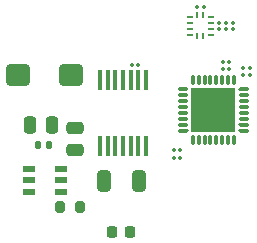
<source format=gbp>
G04 #@! TF.GenerationSoftware,KiCad,Pcbnew,9.0.4*
G04 #@! TF.CreationDate,2025-10-13T14:39:45-04:00*
G04 #@! TF.ProjectId,bldc motor controller,626c6463-206d-46f7-946f-7220636f6e74,rev?*
G04 #@! TF.SameCoordinates,Original*
G04 #@! TF.FileFunction,Paste,Bot*
G04 #@! TF.FilePolarity,Positive*
%FSLAX46Y46*%
G04 Gerber Fmt 4.6, Leading zero omitted, Abs format (unit mm)*
G04 Created by KiCad (PCBNEW 9.0.4) date 2025-10-13 14:39:45*
%MOMM*%
%LPD*%
G01*
G04 APERTURE LIST*
G04 Aperture macros list*
%AMRoundRect*
0 Rectangle with rounded corners*
0 $1 Rounding radius*
0 $2 $3 $4 $5 $6 $7 $8 $9 X,Y pos of 4 corners*
0 Add a 4 corners polygon primitive as box body*
4,1,4,$2,$3,$4,$5,$6,$7,$8,$9,$2,$3,0*
0 Add four circle primitives for the rounded corners*
1,1,$1+$1,$2,$3*
1,1,$1+$1,$4,$5*
1,1,$1+$1,$6,$7*
1,1,$1+$1,$8,$9*
0 Add four rect primitives between the rounded corners*
20,1,$1+$1,$2,$3,$4,$5,0*
20,1,$1+$1,$4,$5,$6,$7,0*
20,1,$1+$1,$6,$7,$8,$9,0*
20,1,$1+$1,$8,$9,$2,$3,0*%
G04 Aperture macros list end*
%ADD10C,0.000000*%
%ADD11RoundRect,0.067500X-0.067500X-0.067500X0.067500X-0.067500X0.067500X0.067500X-0.067500X0.067500X0*%
%ADD12RoundRect,0.225000X0.225000X0.250000X-0.225000X0.250000X-0.225000X-0.250000X0.225000X-0.250000X0*%
%ADD13RoundRect,0.067500X0.067500X0.067500X-0.067500X0.067500X-0.067500X-0.067500X0.067500X-0.067500X0*%
%ADD14RoundRect,0.067500X0.067500X-0.067500X0.067500X0.067500X-0.067500X0.067500X-0.067500X-0.067500X0*%
%ADD15RoundRect,0.250000X-0.750000X-0.650000X0.750000X-0.650000X0.750000X0.650000X-0.750000X0.650000X0*%
%ADD16R,0.500000X0.280000*%
%ADD17R,0.280000X0.500000*%
%ADD18R,0.400000X1.700000*%
%ADD19O,0.900000X0.280000*%
%ADD20O,0.280000X0.900000*%
%ADD21R,3.700000X3.700000*%
%ADD22R,1.100000X0.600000*%
%ADD23RoundRect,0.200000X-0.200000X-0.275000X0.200000X-0.275000X0.200000X0.275000X-0.200000X0.275000X0*%
%ADD24RoundRect,0.140000X-0.140000X-0.170000X0.140000X-0.170000X0.140000X0.170000X-0.140000X0.170000X0*%
%ADD25RoundRect,0.250000X-0.475000X0.250000X-0.475000X-0.250000X0.475000X-0.250000X0.475000X0.250000X0*%
%ADD26RoundRect,0.250000X0.250000X0.475000X-0.250000X0.475000X-0.250000X-0.475000X0.250000X-0.475000X0*%
%ADD27RoundRect,0.250000X0.325000X0.650000X-0.325000X0.650000X-0.325000X-0.650000X0.325000X-0.650000X0*%
G04 APERTURE END LIST*
D10*
G04 #@! TO.C,U3*
G36*
X151549995Y-89700000D02*
G01*
X148549995Y-89700000D01*
X148549995Y-86700000D01*
X151549995Y-86700000D01*
X151549995Y-89700000D01*
G37*
G36*
X147809995Y-86310000D02*
G01*
X147809995Y-86310000D01*
G75*
G02*
X147809995Y-86590000I5J-140000D01*
G01*
X147189995Y-86590000D01*
G75*
G02*
X147189995Y-86310000I5J140000D01*
G01*
X147809995Y-86310000D01*
G37*
G36*
X147809995Y-86810500D02*
G01*
X147809995Y-86810500D01*
G75*
G02*
X147809995Y-87090500I5J-140000D01*
G01*
X147189995Y-87090500D01*
G75*
G02*
X147189995Y-86810500I5J140000D01*
G01*
X147809995Y-86810500D01*
G37*
G36*
X147809995Y-87311000D02*
G01*
X147809995Y-87311000D01*
G75*
G02*
X147809995Y-87591000I5J-140000D01*
G01*
X147189995Y-87591000D01*
G75*
G02*
X147189995Y-87311000I5J140000D01*
G01*
X147809995Y-87311000D01*
G37*
G36*
X147809995Y-87811000D02*
G01*
X147809995Y-87811000D01*
G75*
G02*
X147809995Y-88091000I5J-140000D01*
G01*
X147189995Y-88091000D01*
G75*
G02*
X147189995Y-87811000I5J140000D01*
G01*
X147809995Y-87811000D01*
G37*
G36*
X147809995Y-88309000D02*
G01*
X147809995Y-88309000D01*
G75*
G02*
X147809995Y-88589000I5J-140000D01*
G01*
X147189995Y-88589000D01*
G75*
G02*
X147189995Y-88309000I5J140000D01*
G01*
X147809995Y-88309000D01*
G37*
G36*
X147809995Y-88809500D02*
G01*
X147809995Y-88809500D01*
G75*
G02*
X147809995Y-89089500I5J-140000D01*
G01*
X147189995Y-89089500D01*
G75*
G02*
X147189995Y-88809500I5J140000D01*
G01*
X147809995Y-88809500D01*
G37*
G36*
X147809995Y-89310000D02*
G01*
X147809995Y-89310000D01*
G75*
G02*
X147809995Y-89590000I5J-140000D01*
G01*
X147189995Y-89590000D01*
G75*
G02*
X147189995Y-89310000I5J140000D01*
G01*
X147809995Y-89310000D01*
G37*
G36*
X147809995Y-89810000D02*
G01*
X147809995Y-89810000D01*
G75*
G02*
X147809995Y-90090000I5J-140000D01*
G01*
X147189995Y-90090000D01*
G75*
G02*
X147189995Y-89810000I5J140000D01*
G01*
X147809995Y-89810000D01*
G37*
G36*
X148159995Y-85340000D02*
G01*
X148159995Y-85340000D01*
G75*
G02*
X148439995Y-85340000I140000J0D01*
G01*
X148439995Y-85960000D01*
G75*
G02*
X148159995Y-85960000I-140000J0D01*
G01*
X148159995Y-85340000D01*
G37*
G36*
X148159995Y-90440500D02*
G01*
X148159995Y-90440500D01*
G75*
G02*
X148439995Y-90440500I140000J0D01*
G01*
X148439995Y-91060000D01*
G75*
G02*
X148159995Y-91060000I-140000J0D01*
G01*
X148159995Y-90440500D01*
G37*
G36*
X148660495Y-85340000D02*
G01*
X148660495Y-85340000D01*
G75*
G02*
X148940495Y-85340000I140000J0D01*
G01*
X148940495Y-85960000D01*
G75*
G02*
X148660495Y-85960000I-140000J0D01*
G01*
X148660495Y-85340000D01*
G37*
G36*
X148660495Y-90440500D02*
G01*
X148660495Y-90440500D01*
G75*
G02*
X148940495Y-90440500I140000J0D01*
G01*
X148940495Y-91060000D01*
G75*
G02*
X148660495Y-91060000I-140000J0D01*
G01*
X148660495Y-90440500D01*
G37*
G36*
X149160995Y-85340000D02*
G01*
X149160995Y-85340000D01*
G75*
G02*
X149440995Y-85340000I140000J0D01*
G01*
X149440995Y-85960000D01*
G75*
G02*
X149160995Y-85960000I-140000J0D01*
G01*
X149160995Y-85340000D01*
G37*
G36*
X149160995Y-90440500D02*
G01*
X149160995Y-90440500D01*
G75*
G02*
X149440995Y-90440500I140000J0D01*
G01*
X149440995Y-91060000D01*
G75*
G02*
X149160995Y-91060000I-140000J0D01*
G01*
X149160995Y-90440500D01*
G37*
G36*
X149660995Y-85340000D02*
G01*
X149660995Y-85340000D01*
G75*
G02*
X149940995Y-85340000I140000J0D01*
G01*
X149940995Y-85960000D01*
G75*
G02*
X149660995Y-85960000I-140000J0D01*
G01*
X149660995Y-85340000D01*
G37*
G36*
X149660995Y-90440500D02*
G01*
X149660995Y-90440500D01*
G75*
G02*
X149940995Y-90440500I140000J0D01*
G01*
X149940995Y-91060000D01*
G75*
G02*
X149660995Y-91060000I-140000J0D01*
G01*
X149660995Y-90440500D01*
G37*
G36*
X150158995Y-85340000D02*
G01*
X150158995Y-85340000D01*
G75*
G02*
X150438995Y-85340000I140000J0D01*
G01*
X150438995Y-85960000D01*
G75*
G02*
X150158995Y-85960000I-140000J0D01*
G01*
X150158995Y-85340000D01*
G37*
G36*
X150158995Y-90440500D02*
G01*
X150158995Y-90440500D01*
G75*
G02*
X150438995Y-90440500I140000J0D01*
G01*
X150438995Y-91060000D01*
G75*
G02*
X150158995Y-91060000I-140000J0D01*
G01*
X150158995Y-90440500D01*
G37*
G36*
X150659495Y-85340000D02*
G01*
X150659495Y-85340000D01*
G75*
G02*
X150939495Y-85340000I140000J0D01*
G01*
X150939495Y-85960000D01*
G75*
G02*
X150659495Y-85960000I-140000J0D01*
G01*
X150659495Y-85340000D01*
G37*
G36*
X150659495Y-90440500D02*
G01*
X150659495Y-90440500D01*
G75*
G02*
X150939495Y-90440500I140000J0D01*
G01*
X150939495Y-91060000D01*
G75*
G02*
X150659495Y-91060000I-140000J0D01*
G01*
X150659495Y-90440500D01*
G37*
G36*
X151159995Y-85340000D02*
G01*
X151159995Y-85340000D01*
G75*
G02*
X151439995Y-85340000I140000J0D01*
G01*
X151439995Y-85960000D01*
G75*
G02*
X151159995Y-85960000I-140000J0D01*
G01*
X151159995Y-85340000D01*
G37*
G36*
X151159995Y-90440500D02*
G01*
X151159995Y-90440500D01*
G75*
G02*
X151439995Y-90440500I140000J0D01*
G01*
X151439995Y-91060000D01*
G75*
G02*
X151159995Y-91060000I-140000J0D01*
G01*
X151159995Y-90440500D01*
G37*
G36*
X151659995Y-85340000D02*
G01*
X151659995Y-85340000D01*
G75*
G02*
X151939995Y-85340000I140000J0D01*
G01*
X151939995Y-85960000D01*
G75*
G02*
X151659995Y-85960000I-140000J0D01*
G01*
X151659995Y-85340000D01*
G37*
G36*
X151659995Y-90440500D02*
G01*
X151659995Y-90440500D01*
G75*
G02*
X151939995Y-90440500I140000J0D01*
G01*
X151939995Y-91060000D01*
G75*
G02*
X151659995Y-91060000I-140000J0D01*
G01*
X151659995Y-90440500D01*
G37*
G36*
X152909995Y-86310000D02*
G01*
X152909995Y-86310000D01*
G75*
G02*
X152909995Y-86590000I5J-140000D01*
G01*
X152289995Y-86590000D01*
G75*
G02*
X152289995Y-86310000I5J140000D01*
G01*
X152909995Y-86310000D01*
G37*
G36*
X152909995Y-86810500D02*
G01*
X152909995Y-86810500D01*
G75*
G02*
X152909995Y-87090500I5J-140000D01*
G01*
X152289995Y-87090500D01*
G75*
G02*
X152289995Y-86810500I5J140000D01*
G01*
X152909995Y-86810500D01*
G37*
G36*
X152909995Y-87311000D02*
G01*
X152909995Y-87311000D01*
G75*
G02*
X152909995Y-87591000I5J-140000D01*
G01*
X152289995Y-87591000D01*
G75*
G02*
X152289995Y-87311000I5J140000D01*
G01*
X152909995Y-87311000D01*
G37*
G36*
X152909995Y-87811000D02*
G01*
X152909995Y-87811000D01*
G75*
G02*
X152909995Y-88091000I5J-140000D01*
G01*
X152289995Y-88091000D01*
G75*
G02*
X152289995Y-87811000I5J140000D01*
G01*
X152909995Y-87811000D01*
G37*
G36*
X152909995Y-88309000D02*
G01*
X152909995Y-88309000D01*
G75*
G02*
X152909995Y-88589000I5J-140000D01*
G01*
X152289995Y-88589000D01*
G75*
G02*
X152289995Y-88309000I5J140000D01*
G01*
X152909995Y-88309000D01*
G37*
G36*
X152909995Y-88809500D02*
G01*
X152909995Y-88809500D01*
G75*
G02*
X152909995Y-89089500I5J-140000D01*
G01*
X152289995Y-89089500D01*
G75*
G02*
X152289995Y-88809500I5J140000D01*
G01*
X152909995Y-88809500D01*
G37*
G36*
X152909995Y-89310000D02*
G01*
X152909995Y-89310000D01*
G75*
G02*
X152909995Y-89590000I5J-140000D01*
G01*
X152289995Y-89590000D01*
G75*
G02*
X152289995Y-89310000I5J140000D01*
G01*
X152909995Y-89310000D01*
G37*
G36*
X152909995Y-89810000D02*
G01*
X152909995Y-89810000D01*
G75*
G02*
X152909995Y-90090000I5J-140000D01*
G01*
X152289995Y-90090000D01*
G75*
G02*
X152289995Y-89810000I5J140000D01*
G01*
X152909995Y-89810000D01*
G37*
G04 #@! TD*
D11*
G04 #@! TO.C,C13*
X150825000Y-84100000D03*
X151375000Y-84100000D03*
G04 #@! TD*
D12*
G04 #@! TO.C,C9*
X142975000Y-98500000D03*
X141425000Y-98500000D03*
G04 #@! TD*
D13*
G04 #@! TO.C,C16*
X147225000Y-91600000D03*
X146675000Y-91600000D03*
G04 #@! TD*
D11*
G04 #@! TO.C,C20*
X148675000Y-79475000D03*
X149225000Y-79475000D03*
G04 #@! TD*
D14*
G04 #@! TO.C,C23*
X151100000Y-81350000D03*
X151100000Y-80800000D03*
G04 #@! TD*
D15*
G04 #@! TO.C,L1*
X133500000Y-85250000D03*
X138000000Y-85250000D03*
G04 #@! TD*
D16*
G04 #@! TO.C,U6*
X148075000Y-81825000D03*
X148075000Y-81325000D03*
X148075000Y-80825000D03*
X148075000Y-80325000D03*
D17*
X148700000Y-80200000D03*
X149200000Y-80200000D03*
D16*
X149825000Y-80325000D03*
X149825000Y-80825000D03*
X149825000Y-81325000D03*
X149825000Y-81825000D03*
D17*
X149200000Y-81950000D03*
X148700000Y-81950000D03*
G04 #@! TD*
D18*
G04 #@! TO.C,U5*
X144350000Y-91250000D03*
X143700000Y-91250000D03*
X143050000Y-91250000D03*
X142400000Y-91250000D03*
X141750000Y-91250000D03*
X141100000Y-91250000D03*
X140450000Y-91250000D03*
X140450000Y-85650000D03*
X141100000Y-85650000D03*
X141750000Y-85650000D03*
X142400000Y-85650000D03*
X143050000Y-85650000D03*
X143700000Y-85650000D03*
X144350000Y-85650000D03*
G04 #@! TD*
D13*
G04 #@! TO.C,C17*
X147225000Y-92250000D03*
X146675000Y-92250000D03*
G04 #@! TD*
D11*
G04 #@! TO.C,C14*
X152575000Y-85250000D03*
X153125000Y-85250000D03*
G04 #@! TD*
D14*
G04 #@! TO.C,C21*
X151700000Y-81350000D03*
X151700000Y-80800000D03*
G04 #@! TD*
D19*
G04 #@! TO.C,U3*
X147499995Y-89950000D03*
X147499995Y-89450000D03*
X147499995Y-88950000D03*
X147499995Y-88450000D03*
X147499995Y-87950000D03*
X147499995Y-87450000D03*
X147499995Y-86950000D03*
X147499995Y-86450000D03*
D20*
X148299995Y-85650000D03*
X148799995Y-85650000D03*
X149299995Y-85650000D03*
X149799995Y-85650000D03*
X150299995Y-85650000D03*
X150799995Y-85650000D03*
X151299995Y-85650000D03*
X151799995Y-85650000D03*
D19*
X152599995Y-86450000D03*
X152599995Y-86950000D03*
X152599995Y-87450000D03*
X152599995Y-87950000D03*
X152599995Y-88450000D03*
X152599995Y-88950000D03*
X152599995Y-89450000D03*
X152599995Y-89950000D03*
D20*
X151799995Y-90750000D03*
X151299995Y-90750000D03*
X150799995Y-90750000D03*
X150299995Y-90750000D03*
X149799995Y-90750000D03*
X149299995Y-90750000D03*
X148799995Y-90750000D03*
X148299995Y-90750000D03*
D21*
X150049995Y-88200000D03*
G04 #@! TD*
D22*
G04 #@! TO.C,U4*
X137150000Y-93214000D03*
X137150000Y-94164000D03*
X137150000Y-95114000D03*
X134450000Y-95114000D03*
X134450000Y-94164000D03*
X134450000Y-93214000D03*
G04 #@! TD*
D23*
G04 #@! TO.C,R6*
X137075000Y-96450000D03*
X138725000Y-96450000D03*
G04 #@! TD*
D14*
G04 #@! TO.C,C22*
X150500000Y-81350000D03*
X150500000Y-80800000D03*
G04 #@! TD*
D24*
G04 #@! TO.C,C11*
X135170000Y-91200000D03*
X136130000Y-91200000D03*
G04 #@! TD*
D11*
G04 #@! TO.C,C12*
X150825000Y-84750000D03*
X151375000Y-84750000D03*
G04 #@! TD*
G04 #@! TO.C,C19*
X143125000Y-84400000D03*
X143675000Y-84400000D03*
G04 #@! TD*
D25*
G04 #@! TO.C,R1*
X138300000Y-89700000D03*
X138300000Y-91600000D03*
G04 #@! TD*
D11*
G04 #@! TO.C,C15*
X152575000Y-84650000D03*
X153125000Y-84650000D03*
G04 #@! TD*
D26*
G04 #@! TO.C,C2*
X136400000Y-89500000D03*
X134500000Y-89500000D03*
G04 #@! TD*
D27*
G04 #@! TO.C,C1*
X143725000Y-94200000D03*
X140775000Y-94200000D03*
G04 #@! TD*
M02*

</source>
